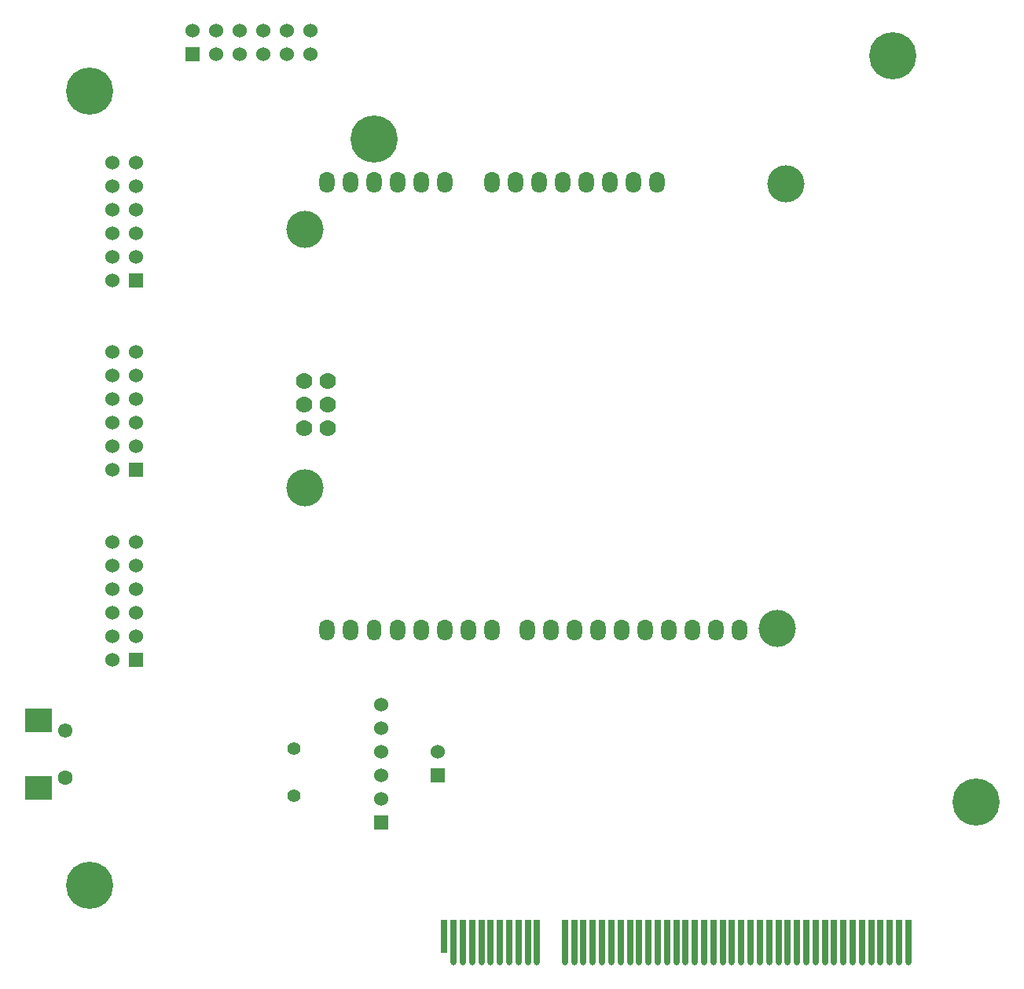
<source format=gbs>
G04 (created by PCBNEW (2013-07-07 BZR 4022)-stable) date 15/12/2015 05:15:49 PM*
%MOIN*%
G04 Gerber Fmt 3.4, Leading zero omitted, Abs format*
%FSLAX34Y34*%
G01*
G70*
G90*
G04 APERTURE LIST*
%ADD10C,0.00590551*%
%ADD11C,0.2*%
%ADD12R,0.0256X0.1417*%
%ADD13R,0.0256X0.1811*%
%ADD14O,0.0256X0.0256*%
%ADD15R,0.06X0.06*%
%ADD16C,0.06*%
%ADD17C,0.056*%
%ADD18R,0.11811X0.0984252*%
%ADD19C,0.0610236*%
%ADD20C,0.0629921*%
%ADD21O,0.065X0.09*%
%ADD22O,0.06X0.09*%
%ADD23C,0.15748*%
%ADD24C,0.07*%
G04 APERTURE END LIST*
G54D10*
G54D11*
X71304Y-21073D03*
G54D12*
X52276Y-58435D03*
G54D13*
X52670Y-58632D03*
X53063Y-58632D03*
X53457Y-58632D03*
X53851Y-58632D03*
X54244Y-58632D03*
X54638Y-58632D03*
X55032Y-58632D03*
X55425Y-58632D03*
X55819Y-58632D03*
X56213Y-58632D03*
X58181Y-58632D03*
X58575Y-58632D03*
X58969Y-58632D03*
X59362Y-58632D03*
X59756Y-58632D03*
X57394Y-58632D03*
X57788Y-58632D03*
G54D14*
X53457Y-59538D03*
X53851Y-59538D03*
X54244Y-59538D03*
X54638Y-59538D03*
X55032Y-59538D03*
X55425Y-59538D03*
X55819Y-59538D03*
X58181Y-59538D03*
X58575Y-59538D03*
X53063Y-59538D03*
X57788Y-59538D03*
X58969Y-59538D03*
X56213Y-59538D03*
X57394Y-59538D03*
X59362Y-59538D03*
X59756Y-59538D03*
X52670Y-59538D03*
G54D13*
X60150Y-58632D03*
X60543Y-58632D03*
X60937Y-58632D03*
X61331Y-58632D03*
X61724Y-58632D03*
X62118Y-58632D03*
X62512Y-58632D03*
X62906Y-58632D03*
X63299Y-58632D03*
X63693Y-58632D03*
X64087Y-58632D03*
X64480Y-58632D03*
X64874Y-58632D03*
X65268Y-58632D03*
X65661Y-58632D03*
X66055Y-58632D03*
X66449Y-58632D03*
X66843Y-58632D03*
X67236Y-58632D03*
X67630Y-58632D03*
X68024Y-58632D03*
X68417Y-58632D03*
X68811Y-58632D03*
X69205Y-58632D03*
X69598Y-58632D03*
X69992Y-58632D03*
X70386Y-58632D03*
X70780Y-58632D03*
X71173Y-58632D03*
X71567Y-58632D03*
X71961Y-58632D03*
G54D14*
X60150Y-59538D03*
X60543Y-59538D03*
X60937Y-59538D03*
X61331Y-59538D03*
X61724Y-59538D03*
X62118Y-59538D03*
X62512Y-59538D03*
X62906Y-59538D03*
X63299Y-59538D03*
X63693Y-59538D03*
X64087Y-59538D03*
X64480Y-59538D03*
X64874Y-59538D03*
X65268Y-59538D03*
X65661Y-59538D03*
X66055Y-59538D03*
X66449Y-59538D03*
X66843Y-59538D03*
X67236Y-59538D03*
X67630Y-59538D03*
X68024Y-59538D03*
X68417Y-59538D03*
X68811Y-59538D03*
X69205Y-59538D03*
X69598Y-59538D03*
X69992Y-59538D03*
X70386Y-59538D03*
X70780Y-59538D03*
X71173Y-59538D03*
X71567Y-59538D03*
X71961Y-59538D03*
G54D11*
X49295Y-24602D03*
X37236Y-56250D03*
G54D15*
X49600Y-53600D03*
G54D16*
X49600Y-52600D03*
X49600Y-51600D03*
X49600Y-50600D03*
X49600Y-49600D03*
X49600Y-48600D03*
G54D17*
X45900Y-52450D03*
X45900Y-50450D03*
G54D15*
X52000Y-51600D03*
G54D16*
X52000Y-50600D03*
G54D18*
X35057Y-49282D03*
X35057Y-52117D03*
G54D19*
X36189Y-49715D03*
G54D20*
X36189Y-51684D03*
G54D11*
X74838Y-52716D03*
G54D15*
X41600Y-21000D03*
G54D16*
X41600Y-20000D03*
X42600Y-21000D03*
X42600Y-20000D03*
X43600Y-21000D03*
X43600Y-20000D03*
X44600Y-21000D03*
X44600Y-20000D03*
X45600Y-21000D03*
X45600Y-20000D03*
X46600Y-21000D03*
X46600Y-20000D03*
G54D15*
X39200Y-46700D03*
G54D16*
X38200Y-46700D03*
X39200Y-45700D03*
X38200Y-45700D03*
X39200Y-44700D03*
X38200Y-44700D03*
X39200Y-43700D03*
X38200Y-43700D03*
X39200Y-42700D03*
X38200Y-42700D03*
X39200Y-41700D03*
X38200Y-41700D03*
G54D15*
X39200Y-38622D03*
G54D16*
X38200Y-38622D03*
X39200Y-37622D03*
X38200Y-37622D03*
X39200Y-36622D03*
X38200Y-36622D03*
X39200Y-35622D03*
X38200Y-35622D03*
X39200Y-34622D03*
X38200Y-34622D03*
X39200Y-33622D03*
X38200Y-33622D03*
G54D15*
X39200Y-30600D03*
G54D16*
X38200Y-30600D03*
X39200Y-29600D03*
X38200Y-29600D03*
X39200Y-28600D03*
X38200Y-28600D03*
X39200Y-27600D03*
X38200Y-27600D03*
X39200Y-26600D03*
X38200Y-26600D03*
X39200Y-25600D03*
X38200Y-25600D03*
G54D21*
X61300Y-26425D03*
X60300Y-26425D03*
X59300Y-26425D03*
X58300Y-26425D03*
X57300Y-26425D03*
X56300Y-26425D03*
X55300Y-26425D03*
X54300Y-26425D03*
X52300Y-26425D03*
X51300Y-26425D03*
X50300Y-26425D03*
X49300Y-26425D03*
X48300Y-26425D03*
X47300Y-26425D03*
X47300Y-45425D03*
X48300Y-45425D03*
G54D22*
X49300Y-45425D03*
G54D21*
X50300Y-45425D03*
X51300Y-45425D03*
X52300Y-45425D03*
X53300Y-45425D03*
X54300Y-45425D03*
X55800Y-45425D03*
X56800Y-45425D03*
X57800Y-45425D03*
X58800Y-45425D03*
X59800Y-45425D03*
X60800Y-45425D03*
X61800Y-45425D03*
X62800Y-45425D03*
X63800Y-45425D03*
X64800Y-45425D03*
G54D23*
X66401Y-45361D03*
X46370Y-39413D03*
X46370Y-28421D03*
X66755Y-26495D03*
G54D24*
X47327Y-36852D03*
X46327Y-36852D03*
X47327Y-35852D03*
X46327Y-35852D03*
X47327Y-34852D03*
X46327Y-34852D03*
G54D11*
X37236Y-22549D03*
M02*

</source>
